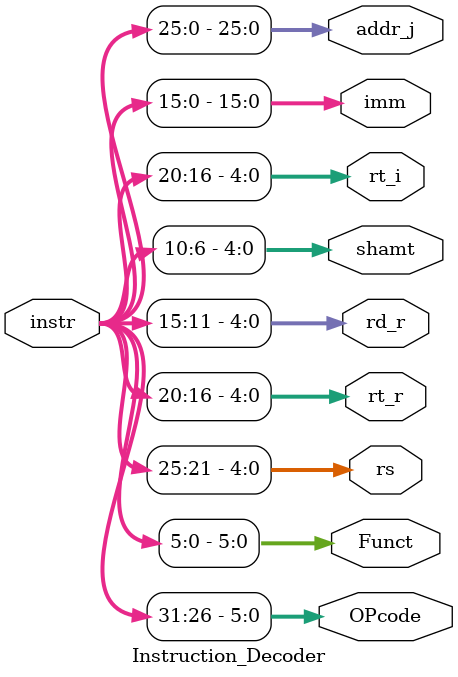
<source format=v>
`timescale 1ns / 1ps


module Instruction_Decoder(instr,OPcode,Funct,rs,rt_r,rd_r,shamt,rt_i,imm,addr_j);

//inputs
input       [31:0]      instr       ;

//outputs
output      [5:0]       OPcode      ;
output      [5:0]       Funct       ;
output      [4:0]       rs          ;
output      [4:0]       rt_r        ;
output      [4:0]       rd_r        ;
output      [4:0]       shamt       ;
output      [4:0]       rt_i        ;
output      [15:0]      imm         ;
output      [25:0]      addr_j      ;


// Instruction field extraction
assign OPcode   = instr[31:26];     // Common to all formats
assign Funct    = instr[5:0];       // R-type only
assign rs       = instr[25:21];     // Source register
assign rt_r     = instr[20:16];     // RT (R-type)
assign rd_r     = instr[15:11];     // RD (R-type)
assign shamt    = instr[10:6];      // Shift amount
assign rt_i     = instr[20:16];     // RT (I-type)
assign imm      = instr[15:0];      // Immediate (I-type)
assign addr_j   = instr[25:0];      // Address (J-type)

endmodule

</source>
